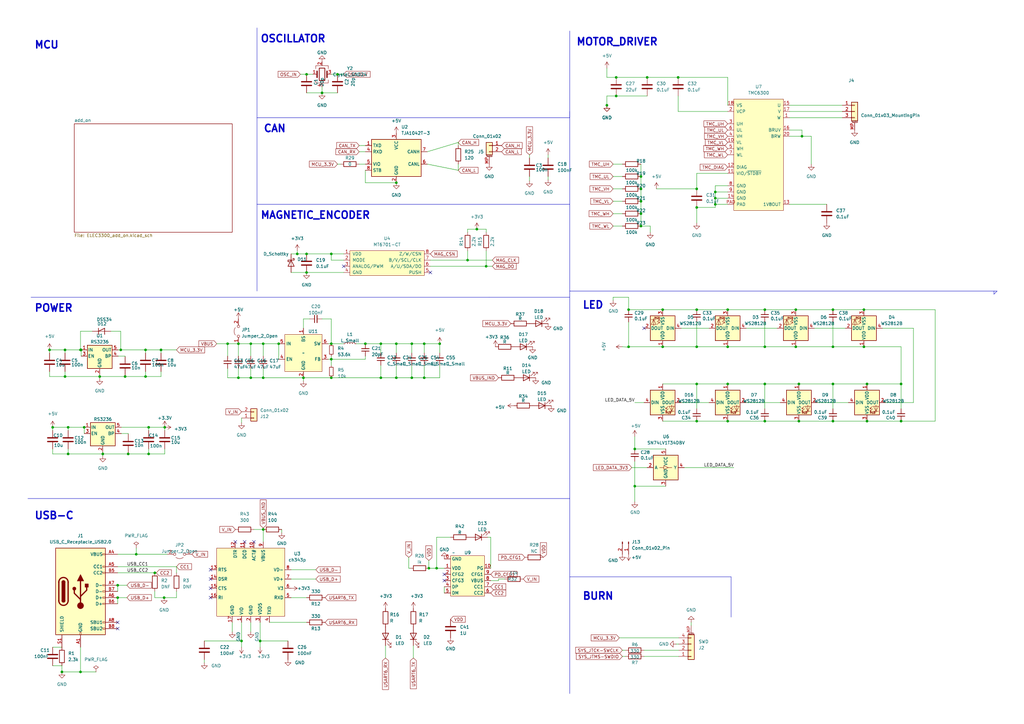
<source format=kicad_sch>
(kicad_sch (version 20230121) (generator eeschema)
  (paper "A3")
  (title_block (title "ELEC3300_knob_schematic") (rev "0.0"))
  (junction (at 102.87 154.94))
  (junction (at 106.68 262.89))
  (junction (at 162.56 154.94))
  (junction (at 33.02 275.59))
  (junction (at 132.08 38.1))
  (junction (at 369.57 172.72))
  (junction (at 156.21 154.94))
  (junction (at 26.67 143.51))
  (junction (at 252.73 39.37))
  (junction (at 271.78 142.24))
  (junction (at 67.564 175.26))
  (junction (at 173.99 140.97))
  (junction (at 260.35 184.15))
  (junction (at 49.53 143.51))
  (junction (at 293.37 83.82))
  (junction (at 97.79 154.94))
  (junction (at 285.75 85.09))
  (junction (at 355.6 157.48))
  (junction (at 135.89 140.97))
  (junction (at 199.39 109.22))
  (junction (at 125.73 104.14))
  (junction (at 298.45 127))
  (junction (at 313.69 127))
  (junction (at 265.43 31.75))
  (junction (at 168.91 140.97))
  (junction (at 27.94 175.26))
  (junction (at 262.89 72.39))
  (junction (at 114.3 140.97))
  (junction (at 60.96 186.182))
  (junction (at 168.91 154.94))
  (junction (at 67.31 245.11))
  (junction (at 102.87 140.97))
  (junction (at 135.89 154.94))
  (junction (at 25.4 275.59))
  (junction (at 162.56 140.97))
  (junction (at 252.73 31.75))
  (junction (at 285.75 77.47))
  (junction (at 51.308 154.432))
  (junction (at 21.59 175.26))
  (junction (at 125.73 30.48))
  (junction (at 135.89 147.32))
  (junction (at 180.34 140.97))
  (junction (at 355.6 172.72))
  (junction (at 191.77 106.68))
  (junction (at 52.578 186.182))
  (junction (at 121.92 104.14))
  (junction (at 135.89 104.14))
  (junction (at 326.39 127))
  (junction (at 341.63 142.24))
  (junction (at 313.69 142.24))
  (junction (at 271.78 127))
  (junction (at 33.274 143.51))
  (junction (at 107.95 140.97))
  (junction (at 341.63 127))
  (junction (at 173.99 154.94))
  (junction (at 354.33 142.24))
  (junction (at 99.06 262.89))
  (junction (at 285.75 172.72))
  (junction (at 262.89 87.63))
  (junction (at 293.37 81.28))
  (junction (at 341.63 157.48))
  (junction (at 262.89 92.71))
  (junction (at 285.75 157.48))
  (junction (at 48.26 245.11))
  (junction (at 257.81 142.24))
  (junction (at 298.45 172.72))
  (junction (at 66.04 143.51))
  (junction (at 156.21 140.97))
  (junction (at 107.95 154.94))
  (junction (at 326.39 142.24))
  (junction (at 327.66 157.48))
  (junction (at 298.45 142.24))
  (junction (at 27.94 186.182))
  (junction (at 328.93 55.88))
  (junction (at 34.544 175.26))
  (junction (at 285.75 142.24))
  (junction (at 257.81 127))
  (junction (at 149.86 140.97))
  (junction (at 327.66 172.72))
  (junction (at 59.69 143.51))
  (junction (at 313.69 157.48))
  (junction (at 313.69 172.72))
  (junction (at 107.95 217.17))
  (junction (at 138.43 30.48))
  (junction (at 179.07 233.045))
  (junction (at 195.58 93.98))
  (junction (at 40.894 154.432))
  (junction (at 124.46 154.94))
  (junction (at 162.56 74.93))
  (junction (at 63.5 234.95))
  (junction (at 354.33 127))
  (junction (at 175.895 233.045))
  (junction (at 33.02 143.51))
  (junction (at 248.92 43.18))
  (junction (at 60.96 175.26))
  (junction (at 298.45 157.48))
  (junction (at 293.37 78.74))
  (junction (at 93.345 140.97))
  (junction (at 260.35 199.39))
  (junction (at 278.13 31.75))
  (junction (at 262.89 77.47))
  (junction (at 26.67 154.432))
  (junction (at 285.75 127))
  (junction (at 97.79 140.97))
  (junction (at 20.32 143.51))
  (junction (at 125.73 111.76))
  (junction (at 48.26 240.03))
  (junction (at 59.69 154.432))
  (junction (at 55.88 227.33))
  (junction (at 42.164 186.182))
  (junction (at 262.89 82.55))
  (junction (at 369.57 157.48))
  (junction (at 341.63 172.72))
  (no_connect (at 176.53 111.76))
  (no_connect (at 48.26 255.27))
  (no_connect (at 182.245 235.585))
  (no_connect (at 48.26 257.81))
  (no_connect (at 182.245 238.125))
  (no_connect (at 140.97 109.22))
  (no_connect (at 86.36 233.68))
  (no_connect (at 86.36 241.3))
  (no_connect (at 86.36 237.49))
  (no_connect (at 96.52 222.25))
  (no_connect (at 104.14 222.25))
  (no_connect (at 100.33 222.25))
  (no_connect (at 86.36 245.11))
  (no_connect (at 264.16 134.62))
  (wire (pts (xy 257.81 121.92) (xy 257.81 127)))
  (wire (pts (xy 341.63 167.64) (xy 341.63 157.48)))
  (wire (pts (xy 323.85 83.82) (xy 339.09 83.82)))
  (polyline (pts (xy 233.68 236.601) (xy 299.847 236.601)))
  (wire (pts (xy 293.37 76.2) (xy 293.37 78.74)))
  (wire (pts (xy 285.75 127) (xy 298.45 127)))
  (wire (pts (xy 204.47 237.49) (xy 207.01 237.49)))
  (wire (pts (xy 127 130.81) (xy 124.46 130.81)))
  (wire (pts (xy 51.308 154.432) (xy 59.69 154.432)))
  (wire (pts (xy 293.37 81.28) (xy 293.37 83.82)))
  (wire (pts (xy 191.77 106.68) (xy 191.77 102.87)))
  (wire (pts (xy 285.75 85.09) (xy 293.37 85.09)))
  (wire (pts (xy 313.69 142.24) (xy 326.39 142.24)))
  (wire (pts (xy 102.87 140.97) (xy 107.95 140.97)))
  (wire (pts (xy 45.466 135.89) (xy 49.53 135.89)))
  (wire (pts (xy 125.73 30.48) (xy 128.27 30.48)))
  (wire (pts (xy 264.16 269.24) (xy 278.384 269.24)))
  (wire (pts (xy 59.69 152.4) (xy 59.69 154.432)))
  (wire (pts (xy 224.79 63.5) (xy 224.79 64.77)))
  (wire (pts (xy 119.38 245.11) (xy 125.73 245.11)))
  (wire (pts (xy 67.564 184.15) (xy 67.564 186.182)))
  (wire (pts (xy 277.368 264.16) (xy 278.384 264.16)))
  (wire (pts (xy 124.46 154.94) (xy 135.89 154.94)))
  (wire (pts (xy 42.164 186.182) (xy 42.164 185.42)))
  (wire (pts (xy 121.92 102.87) (xy 121.92 104.14)))
  (wire (pts (xy 156.21 154.94) (xy 156.21 149.86)))
  (wire (pts (xy 106.68 262.89) (xy 106.68 255.27)))
  (wire (pts (xy 173.99 154.94) (xy 168.91 154.94)))
  (wire (pts (xy 52.578 186.182) (xy 60.96 186.182)))
  (wire (pts (xy 48.26 240.03) (xy 48.26 242.57)))
  (wire (pts (xy 279.4 165.1) (xy 290.83 165.1)))
  (wire (pts (xy 298.45 157.48) (xy 313.69 157.48)))
  (wire (pts (xy 173.99 140.97) (xy 173.99 144.78)))
  (wire (pts (xy 175.895 233.045) (xy 179.07 233.045)))
  (wire (pts (xy 313.69 127) (xy 326.39 127)))
  (wire (pts (xy 114.3 140.97) (xy 114.3 147.32)))
  (wire (pts (xy 259.08 191.77) (xy 265.43 191.77)))
  (wire (pts (xy 123.19 30.48) (xy 125.73 30.48)))
  (wire (pts (xy 48.26 245.11) (xy 52.07 245.11)))
  (wire (pts (xy 199.39 109.22) (xy 199.39 102.87)))
  (wire (pts (xy 313.69 172.72) (xy 327.66 172.72)))
  (wire (pts (xy 106.68 265.43) (xy 106.68 262.89)))
  (wire (pts (xy 180.34 144.78) (xy 180.34 140.97)))
  (wire (pts (xy 25.4 273.05) (xy 25.4 275.59)))
  (wire (pts (xy 27.94 184.15) (xy 27.94 186.182)))
  (wire (pts (xy 99.06 171.45) (xy 99.06 173.355)))
  (wire (pts (xy 67.31 245.11) (xy 72.39 245.11)))
  (wire (pts (xy 251.46 72.39) (xy 255.27 72.39)))
  (wire (pts (xy 255.27 142.24) (xy 257.81 142.3704)))
  (wire (pts (xy 59.69 143.51) (xy 66.04 143.51)))
  (wire (pts (xy 102.87 154.94) (xy 107.95 154.94)))
  (wire (pts (xy 124.46 130.81) (xy 124.46 134.62)))
  (polyline (pts (xy 105.41 83.82) (xy 233.68 83.82)))
  (wire (pts (xy 260.35 165.1) (xy 264.16 165.1)))
  (wire (pts (xy 271.78 142.24) (xy 285.75 142.24)))
  (wire (pts (xy 187.96 58.42) (xy 175.26 62.23)))
  (wire (pts (xy 191.77 93.98) (xy 191.77 95.25)))
  (wire (pts (xy 135.89 147.32) (xy 135.89 149.86)))
  (wire (pts (xy 341.63 132.08) (xy 341.63 142.24)))
  (wire (pts (xy 132.08 130.81) (xy 135.89 130.81)))
  (wire (pts (xy 279.4 134.62) (xy 290.83 134.62)))
  (polyline (pts (xy 233.68 284.48) (xy 233.68 204.47)))
  (wire (pts (xy 99.06 255.27) (xy 99.06 262.89)))
  (wire (pts (xy 285.75 172.72) (xy 271.78 172.72)))
  (wire (pts (xy 255.27 266.7) (xy 256.54 266.7)))
  (wire (pts (xy 33.274 143.51) (xy 33.274 146.05)))
  (wire (pts (xy 40.894 154.432) (xy 40.894 153.67)))
  (wire (pts (xy 306.07 165.1) (xy 320.04 165.1)))
  (wire (pts (xy 204.47 237.49) (xy 204.47 238.125)))
  (wire (pts (xy 135.89 130.81) (xy 135.89 140.97)))
  (wire (pts (xy 146.05 140.97) (xy 149.86 140.97)))
  (wire (pts (xy 369.57 142.24) (xy 369.57 157.48)))
  (wire (pts (xy 21.59 184.15) (xy 21.59 186.182)))
  (wire (pts (xy 48.26 245.11) (xy 48.26 247.65)))
  (wire (pts (xy 63.5 245.11) (xy 67.31 245.11)))
  (wire (pts (xy 187.96 67.31) (xy 187.96 69.85)))
  (wire (pts (xy 83.82 271.78) (xy 83.82 270.51)))
  (wire (pts (xy 255.27 269.24) (xy 256.54 269.24)))
  (wire (pts (xy 180.34 140.97) (xy 173.99 140.97)))
  (wire (pts (xy 369.57 157.48) (xy 369.57 167.64)))
  (wire (pts (xy 313.69 132.08) (xy 313.69 142.24)))
  (wire (pts (xy 176.53 106.68) (xy 191.77 106.68)))
  (wire (pts (xy 156.21 140.97) (xy 156.21 144.78)))
  (wire (pts (xy 280.67 191.77) (xy 300.99 191.77)))
  (polyline (pts (xy 299.847 236.601) (xy 299.847 253.111)))
  (wire (pts (xy 132.08 38.1) (xy 138.43 38.1)))
  (polyline (pts (xy 105.41 11.43) (xy 105.41 119.38)))
  (wire (pts (xy 51.308 154.432) (xy 51.308 153.924)))
  (wire (pts (xy 323.85 48.26) (xy 345.44 48.26)))
  (wire (pts (xy 217.17 72.39) (xy 217.17 74.168)))
  (wire (pts (xy 355.6 157.48) (xy 369.57 157.48)))
  (wire (pts (xy 72.39 245.11) (xy 72.39 242.57)))
  (wire (pts (xy 262.89 67.31) (xy 262.89 72.39)))
  (wire (pts (xy 162.56 144.78) (xy 162.56 140.97)))
  (wire (pts (xy 42.164 186.182) (xy 42.164 186.944)))
  (wire (pts (xy 49.784 177.8) (xy 52.578 177.8)))
  (wire (pts (xy 140.97 106.68) (xy 135.89 106.68)))
  (polyline (pts (xy 233.68 12.7) (xy 233.68 119.38)))
  (wire (pts (xy 33.02 143.51) (xy 26.67 143.51)))
  (wire (pts (xy 66.04 143.51) (xy 66.04 144.78)))
  (wire (pts (xy 298.45 45.72) (xy 278.13 45.72)))
  (wire (pts (xy 327.66 172.72) (xy 341.63 172.72)))
  (wire (pts (xy 285.75 167.64) (xy 285.75 157.48)))
  (wire (pts (xy 20.32 154.432) (xy 26.67 154.432)))
  (wire (pts (xy 260.35 205.74) (xy 260.35 199.39)))
  (wire (pts (xy 93.345 140.97) (xy 97.79 140.97)))
  (wire (pts (xy 97.79 140.97) (xy 97.79 146.05)))
  (wire (pts (xy 262.89 72.39) (xy 262.89 77.47)))
  (wire (pts (xy 60.96 175.26) (xy 60.96 176.53)))
  (wire (pts (xy 49.53 143.51) (xy 59.69 143.51)))
  (wire (pts (xy 33.02 275.59) (xy 39.37 275.59)))
  (wire (pts (xy 195.58 93.98) (xy 199.39 93.98)))
  (wire (pts (xy 129.54 237.49) (xy 119.38 237.49)))
  (wire (pts (xy 326.39 127) (xy 341.63 127)))
  (wire (pts (xy 52.578 177.8) (xy 52.578 178.054)))
  (wire (pts (xy 262.89 92.71) (xy 266.7 92.71)))
  (wire (pts (xy 328.93 53.34) (xy 328.93 55.88)))
  (wire (pts (xy 27.94 186.182) (xy 42.164 186.182)))
  (wire (pts (xy 278.13 31.75) (xy 298.45 31.75)))
  (wire (pts (xy 107.95 217.17) (xy 107.95 222.25)))
  (wire (pts (xy 355.6 172.72) (xy 369.57 172.72)))
  (wire (pts (xy 323.85 43.18) (xy 345.44 43.18)))
  (polyline (pts (xy 12.7 121.92) (xy 200.66 121.92)))
  (wire (pts (xy 125.73 104.14) (xy 135.89 104.14)))
  (wire (pts (xy 156.21 140.97) (xy 162.56 140.97)))
  (wire (pts (xy 313.69 167.64) (xy 313.69 157.48)))
  (wire (pts (xy 104.14 217.17) (xy 107.95 217.17)))
  (wire (pts (xy 149.86 147.32) (xy 149.86 146.05)))
  (wire (pts (xy 27.94 175.26) (xy 21.59 175.26)))
  (wire (pts (xy 48.26 234.95) (xy 63.5 234.95)))
  (wire (pts (xy 252.73 39.37) (xy 248.92 39.37)))
  (wire (pts (xy 135.89 104.14) (xy 135.89 106.68)))
  (wire (pts (xy 323.85 53.34) (xy 328.93 53.34)))
  (wire (pts (xy 285.75 157.48) (xy 298.45 157.48)))
  (wire (pts (xy 60.96 184.15) (xy 60.96 186.182)))
  (wire (pts (xy 254 261.62) (xy 278.384 261.62)))
  (wire (pts (xy 251.46 123.19) (xy 251.46 121.92)))
  (wire (pts (xy 48.514 146.05) (xy 51.308 146.05)))
  (wire (pts (xy 93.345 154.94) (xy 97.79 154.94)))
  (wire (pts (xy 129.54 233.68) (xy 119.38 233.68)))
  (wire (pts (xy 40.894 154.432) (xy 51.308 154.432)))
  (wire (pts (xy 327.66 157.48) (xy 341.63 157.48)))
  (wire (pts (xy 135.89 154.94) (xy 156.21 154.94)))
  (wire (pts (xy 135.89 146.05) (xy 135.89 147.32)))
  (wire (pts (xy 158.115 269.875) (xy 158.115 264.795)))
  (wire (pts (xy 67.564 175.26) (xy 67.564 176.53)))
  (wire (pts (xy 27.94 175.26) (xy 34.544 175.26)))
  (wire (pts (xy 306.07 134.62) (xy 318.77 134.62)))
  (wire (pts (xy 26.67 152.4) (xy 26.67 154.432)))
  (wire (pts (xy 251.46 121.92) (xy 257.81 121.92)))
  (wire (pts (xy 135.89 104.14) (xy 140.97 104.14)))
  (polyline (pts (xy 407.67 119.38) (xy 407.67 120.65)))
  (wire (pts (xy 283.464 256.54) (xy 283.464 255.27)))
  (wire (pts (xy 33.274 143.51) (xy 33.02 143.51)))
  (wire (pts (xy 257.81 142.24) (xy 271.78 142.24)))
  (wire (pts (xy 134.62 147.32) (xy 135.89 147.32)))
  (wire (pts (xy 167.64 228.6) (xy 167.64 233.045)))
  (wire (pts (xy 97.79 154.94) (xy 102.87 154.94)))
  (wire (pts (xy 26.67 154.432) (xy 40.894 154.432)))
  (wire (pts (xy 162.56 154.94) (xy 168.91 154.94)))
  (wire (pts (xy 252.73 31.75) (xy 248.92 31.75)))
  (wire (pts (xy 224.79 72.39) (xy 224.79 73.66)))
  (polyline (pts (xy 233.68 48.26) (xy 233.68 45.72)))
  (wire (pts (xy 20.32 152.4) (xy 20.32 154.432)))
  (wire (pts (xy 48.26 227.33) (xy 55.88 227.33)))
  (wire (pts (xy 48.26 240.03) (xy 52.07 240.03)))
  (wire (pts (xy 25.4 275.59) (xy 33.02 275.59)))
  (wire (pts (xy 33.02 143.51) (xy 33.02 135.89)))
  (wire (pts (xy 149.86 147.32) (xy 135.89 147.32)))
  (wire (pts (xy 107.95 146.05) (xy 107.95 140.97)))
  (wire (pts (xy 26.67 144.78) (xy 26.67 143.51)))
  (wire (pts (xy 266.7 92.71) (xy 266.7 95.25)))
  (polyline (pts (xy 408.94 119.38) (xy 407.67 120.65)))
  (wire (pts (xy 97.79 140.97) (xy 102.87 140.97)))
  (wire (pts (xy 313.69 157.48) (xy 327.66 157.48)))
  (wire (pts (xy 49.784 175.26) (xy 60.96 175.26)))
  (wire (pts (xy 383.54 172.72) (xy 369.57 172.72)))
  (wire (pts (xy 83.82 262.89) (xy 99.06 262.89)))
  (wire (pts (xy 48.514 143.51) (xy 49.53 143.51)))
  (wire (pts (xy 200.025 220.345) (xy 201.295 220.345)))
  (wire (pts (xy 169.545 264.795) (xy 169.545 269.875)))
  (wire (pts (xy 51.308 146.05) (xy 51.308 146.304)))
  (wire (pts (xy 102.87 140.97) (xy 102.87 146.05)))
  (wire (pts (xy 298.45 172.72) (xy 313.69 172.72)))
  (wire (pts (xy 162.56 154.94) (xy 162.56 149.86)))
  (wire (pts (xy 374.65 134.62) (xy 374.65 165.1)))
  (wire (pts (xy 66.04 143.51) (xy 72.39 143.51)))
  (wire (pts (xy 251.46 92.71) (xy 255.27 92.71)))
  (wire (pts (xy 119.38 104.14) (xy 121.92 104.14)))
  (wire (pts (xy 173.99 149.86) (xy 173.99 154.94)))
  (wire (pts (xy 119.38 111.76) (xy 125.73 111.76)))
  (wire (pts (xy 191.77 106.68) (xy 201.93 106.68)))
  (wire (pts (xy 285.75 132.08) (xy 285.75 142.24)))
  (wire (pts (xy 140.97 30.48) (xy 138.43 30.48)))
  (wire (pts (xy 251.46 67.31) (xy 255.27 67.31)))
  (wire (pts (xy 298.45 127) (xy 313.69 127)))
  (wire (pts (xy 156.21 154.94) (xy 162.56 154.94)))
  (wire (pts (xy 115.57 218.44) (xy 115.57 217.17)))
  (wire (pts (xy 149.86 74.93) (xy 162.56 74.93)))
  (wire (pts (xy 59.69 143.51) (xy 59.69 144.78)))
  (wire (pts (xy 124.46 156.21) (xy 124.46 154.94)))
  (wire (pts (xy 248.92 39.37) (xy 248.92 43.18)))
  (wire (pts (xy 55.88 227.33) (xy 68.58 227.33)))
  (wire (pts (xy 149.86 140.97) (xy 156.21 140.97)))
  (wire (pts (xy 106.68 262.89) (xy 118.11 262.89)))
  (wire (pts (xy 269.24 77.47) (xy 285.75 77.47)))
  (wire (pts (xy 293.37 83.82) (xy 298.45 83.82)))
  (wire (pts (xy 33.02 265.43) (xy 33.02 275.59)))
  (wire (pts (xy 125.73 111.76) (xy 140.97 111.76)))
  (wire (pts (xy 66.04 152.4) (xy 66.04 154.432)))
  (wire (pts (xy 341.63 157.48) (xy 355.6 157.48)))
  (wire (pts (xy 20.32 143.51) (xy 20.32 144.78)))
  (wire (pts (xy 147.32 67.31) (xy 149.86 67.31)))
  (wire (pts (xy 40.894 154.432) (xy 40.894 155.194)))
  (wire (pts (xy 265.43 39.37) (xy 252.73 39.37)))
  (wire (pts (xy 260.35 199.39) (xy 273.05 199.39)))
  (wire (pts (xy 323.85 45.72) (xy 345.44 45.72)))
  (wire (pts (xy 204.47 238.125) (xy 201.295 238.125)))
  (wire (pts (xy 293.37 78.74) (xy 293.37 81.28)))
  (wire (pts (xy 260.35 184.15) (xy 273.05 184.15)))
  (wire (pts (xy 99.06 262.89) (xy 99.06 265.43)))
  (wire (pts (xy 323.85 55.88) (xy 328.93 55.88)))
  (wire (pts (xy 262.89 77.47) (xy 262.89 82.55)))
  (wire (pts (xy 187.96 59.69) (xy 187.96 58.42)))
  (wire (pts (xy 135.89 140.97) (xy 134.62 140.97)))
  (wire (pts (xy 278.13 31.75) (xy 265.43 31.75)))
  (wire (pts (xy 179.07 220.345) (xy 184.785 220.345)))
  (wire (pts (xy 354.33 142.24) (xy 369.57 142.24)))
  (wire (pts (xy 42.164 186.182) (xy 52.578 186.182)))
  (wire (pts (xy 102.87 255.27) (xy 102.87 259.08)))
  (wire (pts (xy 298.45 142.24) (xy 313.69 142.24)))
  (wire (pts (xy 97.79 151.13) (xy 97.79 154.94)))
  (wire (pts (xy 262.89 82.55) (xy 262.89 87.63)))
  (polyline (pts (xy 233.68 119.38) (xy 233.68 204.47)))
  (wire (pts (xy 180.34 154.94) (xy 180.34 149.86)))
  (wire (pts (xy 251.46 87.63) (xy 255.27 87.63)))
  (wire (pts (xy 72.39 232.41) (xy 72.39 234.95)))
  (wire (pts (xy 201.295 220.345) (xy 201.295 233.045)))
  (wire (pts (xy 361.95 134.62) (xy 374.65 134.62)))
  (wire (pts (xy 60.96 175.26) (xy 67.564 175.26)))
  (wire (pts (xy 347.98 165.1) (xy 335.28 165.1)))
  (wire (pts (xy 26.67 143.51) (xy 20.32 143.51)))
  (wire (pts (xy 55.88 224.79) (xy 55.88 227.33)))
  (wire (pts (xy 147.32 59.69) (xy 149.86 59.69)))
  (wire (pts (xy 248.92 27.94) (xy 248.92 31.75)))
  (wire (pts (xy 293.37 83.82) (xy 293.37 85.09)))
  (wire (pts (xy 173.99 154.94) (xy 180.34 154.94)))
  (wire (pts (xy 60.96 186.182) (xy 67.564 186.182)))
  (wire (pts (xy 173.99 140.97) (xy 168.91 140.97)))
  (polyline (pts (xy 233.68 119.38) (xy 408.94 119.38)))
  (wire (pts (xy 179.07 233.045) (xy 182.245 233.045)))
  (wire (pts (xy 93.345 151.13) (xy 93.345 154.94)))
  (wire (pts (xy 168.91 154.94) (xy 168.91 149.86)))
  (wire (pts (xy 293.37 81.28) (xy 298.45 81.28)))
  (wire (pts (xy 21.59 175.26) (xy 21.59 176.53)))
  (wire (pts (xy 285.75 172.72) (xy 298.45 172.72)))
  (wire (pts (xy 199.39 93.98) (xy 199.39 95.25)))
  (polyline (pts (xy 105.41 48.26) (xy 233.68 48.26)))
  (wire (pts (xy 285.75 71.12) (xy 298.45 71.12)))
  (wire (pts (xy 48.26 232.41) (xy 72.39 232.41)))
  (wire (pts (xy 191.77 93.98) (xy 195.58 93.98)))
  (wire (pts (xy 298.45 76.2) (xy 293.37 76.2)))
  (wire (pts (xy 176.53 109.22) (xy 199.39 109.22)))
  (wire (pts (xy 63.5 242.57) (xy 63.5 245.11)))
  (polyline (pts (xy 11.43 204.47) (xy 233.68 204.47)))
  (wire (pts (xy 138.43 67.31) (xy 139.7 67.31)))
  (wire (pts (xy 298.45 31.75) (xy 298.45 43.18)))
  (wire (pts (xy 341.63 142.24) (xy 354.33 142.24)))
  (wire (pts (xy 271.78 127) (xy 285.75 127)))
  (wire (pts (xy 326.39 142.24) (xy 341.63 142.24)))
  (wire (pts (xy 168.91 140.97) (xy 168.91 144.78)))
  (wire (pts (xy 34.544 175.26) (xy 34.544 177.8)))
  (wire (pts (xy 217.17 63.5) (xy 217.17 64.77)))
  (wire (pts (xy 341.63 172.72) (xy 355.6 172.72)))
  (wire (pts (xy 52.578 186.182) (xy 52.578 185.674)))
  (wire (pts (xy 93.345 146.05) (xy 93.345 140.97)))
  (wire (pts (xy 285.75 85.09) (xy 285.75 91.44)))
  (wire (pts (xy 264.16 266.7) (xy 278.384 266.7)))
  (wire (pts (xy 257.81 127) (xy 271.78 127)))
  (wire (pts (xy 285.75 142.24) (xy 298.45 142.24)))
  (wire (pts (xy 285.75 77.47) (xy 285.75 71.12)))
  (wire (pts (xy 107.95 217.17) (xy 107.95 216.535)))
  (wire (pts (xy 265.43 31.75) (xy 252.73 31.75)))
  (wire (pts (xy 257.81 132.08) (xy 257.81 142.24)))
  (wire (pts (xy 125.73 38.1) (xy 132.08 38.1)))
  (wire (pts (xy 175.895 229.87) (xy 175.895 233.045)))
  (wire (pts (xy 102.87 151.13) (xy 102.87 154.94)))
  (wire (pts (xy 341.63 127) (xy 354.33 127)))
  (wire (pts (xy 179.07 233.045) (xy 179.07 220.345)))
  (wire (pts (xy 260.35 179.07) (xy 260.35 184.15)))
  (wire (pts (xy 260.35 189.23) (xy 260.35 199.39)))
  (wire (pts (xy 251.46 77.47) (xy 255.27 77.47)))
  (polyline (pts (xy 200.66 121.92) (xy 233.68 121.92)))
  (wire (pts (xy 257.81 142.3704) (xy 257.81 142.24)))
  (wire (pts (xy 132.08 38.1) (xy 132.08 35.56)))
  (wire (pts (xy 33.02 135.89) (xy 37.846 135.89)))
  (wire (pts (xy 278.13 39.37) (xy 278.13 45.72)))
  (wire (pts (xy 199.39 109.22) (xy 201.93 109.22)))
  (wire (pts (xy 251.46 82.55) (xy 255.27 82.55)))
  (wire (pts (xy 187.96 69.85) (xy 175.26 67.31)))
  (wire (pts (xy 147.32 62.23) (xy 149.86 62.23)))
  (wire (pts (xy 354.33 127) (xy 383.54 127)))
  (wire (pts (xy 107.95 140.97) (xy 114.3 140.97)))
  (wire (pts (xy 107.95 151.13) (xy 107.95 154.94)))
  (wire (pts (xy 328.93 55.88) (xy 332.74 55.88)))
  (wire (pts (xy 21.59 273.05) (xy 25.4 273.05)))
  (wire (pts (xy 285.75 157.48) (xy 271.78 157.48)))
  (wire (pts (xy 149.86 69.85) (xy 149.86 74.93)))
  (wire (pts (xy 110.49 255.27) (xy 125.73 255.27)))
  (wire (pts (xy 363.22 165.1) (xy 374.65 165.1)))
  (wire (pts (xy 293.37 78.74) (xy 298.45 78.74)))
  (wire (pts (xy 262.89 87.63) (xy 262.89 92.71)))
  (wire (pts (xy 138.43 30.48) (xy 135.89 30.48)))
  (wire (pts (xy 168.91 140.97) (xy 162.56 140.97)))
  (wire (pts (xy 27.94 176.53) (xy 27.94 175.26)))
  (wire (pts (xy 167.64 233.045) (xy 168.275 233.045)))
  (wire (pts (xy 59.69 154.432) (xy 66.04 154.432)))
  (wire (pts (xy 95.25 255.27) (xy 95.25 259.08)))
  (wire (pts (xy 49.53 135.89) (xy 49.53 143.51)))
  (wire (pts (xy 21.59 186.182) (xy 27.94 186.182)))
  (wire (pts (xy 88.9 140.97) (xy 93.345 140.97)))
  (wire (pts (xy 334.01 134.62) (xy 346.71 134.62)))
  (wire (pts (xy 107.95 154.94) (xy 124.46 154.94)))
  (wire (pts (xy 332.74 55.88) (xy 332.74 67.31)))
  (wire (pts (xy 135.89 140.97) (xy 140.97 140.97)))
  (wire (pts (xy 383.54 127) (xy 383.54 172.72)))
  (wire (pts (xy 21.59 265.43) (xy 25.4 265.43)))
  (wire (pts (xy 64.135 234.95) (xy 63.5 234.95)))
  (wire (pts (xy 121.92 104.14) (xy 125.73 104.14)))
  (wire (pts (xy 182.245 240.665) (xy 182.245 243.205)))
  (text "USB-C" (at 13.97 213.36 0) (effects (font (size 3 3) (thickness 0.6) bold) (justify left bottom)))
  (text "MAGNETIC_ENCODER" (at 106.68 90.17 0) (effects (font (size 3 3) bold) (justify left bottom)))
  (text "MOTOR_DRIVER" (at 236.22 19.05 0) (effects (font (size 3 3) bold) (justify left bottom)))
  (text "LED" (at 238.76 127 0) (effects (font (size 3 3) bold) (justify left bottom)))
  (text "BURN" (at 238.76 246.38 0) (effects (font (size 3 3) (thickness 0.6) bold) (justify left bottom)))
  (text "CAN\n" (at 107.95 54.61 0) (effects (font (size 3 3) bold) (justify left bottom)))
  (text "OSCILLATOR" (at 106.68 17.78 0) (effects (font (size 3 3) bold) (justify left bottom)))
  (text "MCU" (at 13.97 20.32 0) (effects (font (size 3 3) bold) (justify left bottom)))
  (text "POWER" (at 13.97 128.27 0) (effects (font (size 3 3) (thickness 0.6) bold) (justify left bottom)))
  (label "USB_CC1" (at 52.07 232.41 0))
  (label "LED_DATA_5V" (at 300.99 191.77 180))
  (label "LED_DATA_5V" (at 260.35 165.1 180))
  (label "USB_CC2" (at 52.07 234.95 0))
  (global_label "CC1" (shape input) (at 201.295 240.665 0) (property "Intersheetrefs" "${INTERSHEET_REFS}" (effects hide)))
  (global_label "MCU_3.3V" (shape input) (at 254 261.62 180) (property "Intersheetrefs" "${INTERSHEET_REFS}" (effects hide)))
  (global_label "SYS_JTCK-SWCLK" (shape input) (at 255.27 266.7 180) (property "Intersheetrefs" "${INTERSHEET_REFS}" (effects hide)))
  (global_label "USB_D-" (shape input) (at 52.07 240.03 0) (property "Intersheetrefs" "${INTERSHEET_REFS}" (effects hide)))
  (global_label "TMC_UH" (shape input) (at 298.45 50.8 180) (property "Intersheetrefs" "${INTERSHEET_REFS}" (effects hide)))
  (global_label "V_IN" (shape input) (at 96.52 217.17 180) (property "Intersheetrefs" "${INTERSHEET_REFS}" (effects hide)))
  (global_label "MAG_DO" (shape input) (at 201.93 109.22 0) (property "Intersheetrefs" "${INTERSHEET_REFS}" (effects hide)))
  (global_label "TMC_UL" (shape input) (at 251.46 72.39 180) (property "Intersheetrefs" "${INTERSHEET_REFS}" (effects hide)))
  (global_label "TMC_VL" (shape input) (at 251.46 82.55 180) (property "Intersheetrefs" "${INTERSHEET_REFS}" (effects hide)))
  (global_label "VDD" (shape input) (at 222.885 228.6 90) (property "Intersheetrefs" "${INTERSHEET_REFS}" (effects hide)))
  (global_label "USB_D+" (shape input) (at 129.54 237.49 0) (property "Intersheetrefs" "${INTERSHEET_REFS}" (effects hide)))
  (global_label "CAN_L" (shape input) (at 205.74 62.23 0) (property "Intersheetrefs" "${INTERSHEET_REFS}" (effects hide)))
  (global_label "CC2" (shape input) (at 64.135 234.95 0) (property "Intersheetrefs" "${INTERSHEET_REFS}" (effects hide)))
  (global_label "PD_CFG1" (shape input) (at 201.295 235.585 0) (property "Intersheetrefs" "${INTERSHEET_REFS}" (effects hide)))
  (global_label "USB_D-" (shape input) (at 129.54 233.68 0) (property "Intersheetrefs" "${INTERSHEET_REFS}" (effects hide)))
  (global_label "TMC_WH" (shape input) (at 298.45 60.96 180) (property "Intersheetrefs" "${INTERSHEET_REFS}" (effects hide)))
  (global_label "TMC_VL" (shape input) (at 298.45 58.42 180) (property "Intersheetrefs" "${INTERSHEET_REFS}" (effects hide)))
  (global_label "V_IN" (shape input) (at 99.06 168.91 180) (property "Intersheetrefs" "${INTERSHEET_REFS}" (effects hide)))
  (global_label "OSC_IN" (shape input) (at 123.19 30.48 180) (property "Intersheetrefs" "${INTERSHEET_REFS}" (effects hide)))
  (global_label "VBUS_IND" (shape input) (at 107.95 216.535 90) (property "Intersheetrefs" "${INTERSHEET_REFS}" (effects hide)))
  (global_label "MCU_3.3V" (shape input) (at 217.17 63.5 90) (property "Intersheetrefs" "${INTERSHEET_REFS}" (effects hide)))
  (global_label "VBUS" (shape input) (at 88.9 140.97 180) (property "Intersheetrefs" "${INTERSHEET_REFS}" (effects hide)))
  (global_label "VDD" (shape input) (at 184.785 254 0) (property "Intersheetrefs" "${INTERSHEET_REFS}" (effects hide)))
  (global_label "TMC_UL" (shape input) (at 298.45 53.34 180) (property "Intersheetrefs" "${INTERSHEET_REFS}" (effects hide)))
  (global_label "CAN_H" (shape input) (at 205.74 59.69 0) (property "Intersheetrefs" "${INTERSHEET_REFS}" (effects hide)))
  (global_label "TMC_VH" (shape input) (at 298.45 55.88 180) (property "Intersheetrefs" "${INTERSHEET_REFS}" (effects hide)))
  (global_label "CAN_H" (shape input) (at 187.96 58.42 0) (property "Intersheetrefs" "${INTERSHEET_REFS}" (effects hide)))
  (global_label "PD_CFG1" (shape input) (at 215.265 228.6 180) (property "Intersheetrefs" "${INTERSHEET_REFS}" (effects hide)))
  (global_label "TMC_WH" (shape input) (at 251.46 87.63 180) (property "Intersheetrefs" "${INTERSHEET_REFS}" (effects hide)))
  (global_label "MCU_3.3V" (shape input) (at 209.55 132.715 180) (property "Intersheetrefs" "${INTERSHEET_REFS}" (effects hide)))
  (global_label "USB_D+" (shape input) (at 52.07 245.11 0) (property "Intersheetrefs" "${INTERSHEET_REFS}" (effects hide)))
  (global_label "USART6_TX" (shape input) (at 169.545 269.875 270) (property "Intersheetrefs" "${INTERSHEET_REFS}" (effects hide)))
  (global_label "CAN_RX" (shape input) (at 147.32 62.23 180) (property "Intersheetrefs" "${INTERSHEET_REFS}" (effects hide)))
  (global_label "USART6_TX" (shape input) (at 133.35 245.11 0) (property "Intersheetrefs" "${INTERSHEET_REFS}" (effects hide)))
  (global_label "OSC_OUT" (shape input) (at 140.97 30.48 0) (property "Intersheetrefs" "${INTERSHEET_REFS}" (effects hide)))
  (global_label "V_IN" (shape input) (at 78.74 227.33 0) (property "Intersheetrefs" "${INTERSHEET_REFS}" (effects hide)))
  (global_label "VDD" (shape input) (at 175.895 229.87 90) (property "Intersheetrefs" "${INTERSHEET_REFS}" (effects hide)))
  (global_label "TMC_UH" (shape input) (at 251.46 67.31 180) (property "Intersheetrefs" "${INTERSHEET_REFS}" (effects hide)))
  (global_label "TMC_WL" (shape input) (at 251.46 92.71 180) (property "Intersheetrefs" "${INTERSHEET_REFS}" (effects hide)))
  (global_label "TMC_WL" (shape input) (at 298.45 63.5 180) (property "Intersheetrefs" "${INTERSHEET_REFS}" (effects hide)))
  (global_label "MAG_CSN" (shape input) (at 176.53 104.14 0) (property "Intersheetrefs" "${INTERSHEET_REFS}" (effects hide)))
  (global_label "TMC_DIAG" (shape input) (at 298.45 68.58 180) (property "Intersheetrefs" "${INTERSHEET_REFS}" (effects hide)))
  (global_label "USART6_RX" (shape input) (at 158.115 269.875 270) (property "Intersheetrefs" "${INTERSHEET_REFS}" (effects hide)))
  (global_label "V_IN" (shape input) (at 214.63 237.49 0) (property "Intersheetrefs" "${INTERSHEET_REFS}" (effects hide)))
  (global_label "SYS_JTMS-SWDIO" (shape input) (at 255.27 269.24 180) (property "Intersheetrefs" "${INTERSHEET_REFS}" (effects hide)))
  (global_label "MAG_CLK" (shape input) (at 201.93 106.68 0) (property "Intersheetrefs" "${INTERSHEET_REFS}" (effects hide)))
  (global_label "MCU_3.3V" (shape input) (at 72.39 143.51 0) (property "Intersheetrefs" "${INTERSHEET_REFS}" (effects hide)))
  (global_label "V_IN" (shape input) (at 167.64 228.6 90) (property "Intersheetrefs" "${INTERSHEET_REFS}" (effects hide)))
  (global_label "USART6_RX" (shape input) (at 133.35 255.27 0) (property "Intersheetrefs" "${INTERSHEET_REFS}" (effects hide)))
  (global_label "TMC_VH" (shape input) (at 251.46 77.47 180) (property "Intersheetrefs" "${INTERSHEET_REFS}" (effects hide)))
  (global_label "VBUS_IND" (shape input) (at 204.47 154.94 180) (property "Intersheetrefs" "${INTERSHEET_REFS}" (effects hide)))
  (global_label "MCU_3.3V" (shape input) (at 138.43 67.31 180) (property "Intersheetrefs" "${INTERSHEET_REFS}" (effects hide)))
  (global_label "LED_DATA_3V3" (shape input) (at 259.08 191.77 180) (property "Intersheetrefs" "${INTERSHEET_REFS}" (effects hide)))
  (global_label "CC2" (shape input) (at 201.295 243.205 0) (property "Intersheetrefs" "${INTERSHEET_REFS}" (effects hide)))
  (global_label "CAN_TX" (shape input) (at 147.32 59.69 180) (property "Intersheetrefs" "${INTERSHEET_REFS}" (effects hide)))
  (global_label "CC1" (shape input) (at 72.39 232.41 0) (property "Intersheetrefs" "${INTERSHEET_REFS}" (effects hide)))
  (global_label "CAN_L" (shape input) (at 187.96 69.85 0) (property "Intersheetrefs" "${INTERSHEET_REFS}" (effects hide)))
  (symbol (lib_id "power:+5V") (at 255.27 142.24 90) (unit 1)
    (property "Reference" "#PWR0122" (effects hide))
    (property "Value" "+5V" (at 247.65 142.24 0))
  )
  (symbol (lib_id "Device:R") (at 129.54 245.11 90) (unit 1)
    (property "Reference" "R12" (at 129.54 247.65 90))
    (property "Value" "330" (at 129.54 242.57 90))
    (property "Footprint" "Resistor_SMD:R_0603_1608Metric" (effects hide))
  )
  (symbol (lib_id "power:GND") (at 277.368 264.16 270) (unit 1)
    (property "Reference" "#PWR036" (effects hide))
    (property "Value" "GND" (at 272.288 264.16 90))
  )
  (symbol (lib_id "power:GND") (at 332.74 67.31 0) (unit 1)
    (property "Reference" "#PWR057" (effects hide))
    (property "Value" "GND" (at 332.74 72.39 0))
  )
  (symbol (lib_id "Device:C_Small") (at 180.34 147.32 180) (unit 1)
    (property "Reference" "C55" (at 182.88 146.6786 0) (effects (justify right)))
    (property "Value" "C_Small" (at 182.88 149.2186 0) (effects (justify right)))
    (property "Footprint" "Capacitor_SMD:C_1206_3216Metric" (effects hide))
  )
  (symbol (lib_id "Device:C") (at 51.308 150.114 0) (unit 1)
    (property "Reference" "C6" (at 53.848 149.098 0) (effects (justify left)))
    (property "Value" "10n" (at 53.848 150.876 0) (effects (justify left)))
    (property "Footprint" "Capacitor_SMD:C_0603_1608Metric" (effects hide))
  )
  (symbol (lib_id "LED:WS2812B") (at 298.45 134.62 180) (unit 1)
    (property "Reference" "D3" (at 309.88 130.1241 0))
    (property "Value" "WS2812B" (at 309.88 132.6641 0))
    (property "Footprint" "LED_SMD:LED_WS2812B_PLCC4_5.0x5.0mm_P3.2mm" (effects hide))
    (property "Datasheet" "https://cdn-shop.adafruit.com/datasheets/WS2812B.pdf" (effects hide))
  )
  (symbol (lib_name "+3.3V_1") (lib_id "power:+3.3V") (at 67.564 175.26 0) (unit 1)
    (property "Reference" "#PWR018" (effects hide))
    (property "Value" "+3.3V" (at 67.564 171.45 0))
  )
  (symbol (lib_id "Device:R") (at 25.4 269.24 0) (unit 1)
    (property "Reference" "R1" (at 27.94 267.9699 0) (effects (justify left)))
    (property "Value" "2.3k" (at 27.94 270.5099 0) (effects (justify left)))
    (property "Footprint" "Resistor_SMD:R_0603_1608Metric" (effects hide))
  )
  (symbol (lib_id "power:GND") (at 219.71 154.94 0) (unit 1)
    (property "Reference" "#PWR066" (effects hide))
    (property "Value" "GND" (at 224.028 156.972 0))
  )
  (symbol (lib_id "LED:WS2812B") (at 271.78 165.1 0) (unit 1)
    (property "Reference" "D16" (at 282.575 161.9759 0))
    (property "Value" "WS2812B" (at 282.575 164.5159 0))
    (property "Footprint" "LED_SMD:LED_WS2812B_PLCC4_5.0x5.0mm_P3.2mm" (effects hide))
    (property "Datasheet" "https://cdn-shop.adafruit.com/datasheets/WS2812B.pdf" (effects hide))
  )
  (symbol (lib_name "GND_2") (lib_id "power:GND") (at 255.27 227.33 0) (unit 1)
    (property "Reference" "#PWR078" (effects hide))
    (property "Value" "GND" (at 251.46 229.87 0))
  )
  (symbol (lib_id "Device:C_Small") (at 285.75 129.54 0) (unit 1)
    (property "Reference" "C33" (at 288.0868 128.3716 0) (effects (justify left)))
    (property "Value" "0.1uF" (at 288.0868 130.683 0) (effects (justify left)))
    (property "Footprint" "Capacitor_SMD:C_0603_1608Metric" (effects hide))
    (property "LCSC" "C1591" (effects hide))
    (property "Digikey" "1276-1935-1-ND" (effects hide))
    (property "Mouser" "187-CL10B104KB8NNWC" (effects hide))
  )
  (symbol (lib_id "power:GND") (at 260.35 205.74 0) (unit 1)
    (property "Reference" "#PWR051" (effects hide))
    (property "Value" "GND" (at 260.477 210.1342 0))
  )
  (symbol (lib_id "power:GND") (at 217.17 74.168 0) (unit 1)
    (property "Reference" "#PWR07" (effects hide))
    (property "Value" "GND" (at 217.17 79.248 0))
  )
  (symbol (lib_id "power:+3.3V") (at 195.58 93.98 0) (unit 1)
    (property "Reference" "#PWR043" (effects hide))
    (property "Value" "+3.3V" (at 195.58 88.9 0))
  )
  (symbol (lib_id "Device:L_Small") (at 143.51 140.97 90) (unit 1)
    (property "Reference" "L1" (at 143.51 137.16 90))
    (property "Value" "L_Small" (at 143.51 139.7 90))
    (property "Footprint" "Inductor_SMD:L_Bourns-SRN4018" (effects hide))
  )
  (symbol (lib_id "Device:C") (at 224.79 68.58 0) (unit 1)
    (property "Reference" "C18" (at 228.6 67.3099 0) (effects (justify left)))
    (property "Value" "100nF" (at 228.6 69.8499 0) (effects (justify left)))
    (property "Footprint" "Capacitor_SMD:C_0603_1608Metric" (effects hide))
  )
  (symbol (lib_id "Device:C") (at 339.09 87.63 0) (unit 1)
    (property "Reference" "C37" (at 342.9 86.3599 0) (effects (justify left)))
    (property "Value" "0.1uF" (at 342.9 88.8999 0) (effects (justify left)))
    (property "Footprint" "Capacitor_SMD:C_0603_1608Metric" (effects hide))
  )
  (symbol (lib_id "power:+3.3V") (at 158.115 249.555 0) (unit 1)
    (property "Reference" "#PWR045" (effects hide))
    (property "Value" "+3.3V" (at 155.575 244.475 0) (effects (justify left)))
  )
  (symbol (lib_id "power:GND") (at 251.46 123.19 0) (unit 1)
    (property "Reference" "#PWR0121" (effects hide))
    (property "Value" "GND" (at 251.587 127.5842 0))
  )
  (symbol (lib_id "Device:C") (at 285.75 81.28 0) (unit 1)
    (property "Reference" "C31" (at 289.56 80.0099 0) (effects (justify left)))
    (property "Value" "0.1uF" (at 289.56 82.5499 0) (effects (justify left)))
    (property "Footprint" "Capacitor_SMD:C_0603_1608Metric" (effects hide))
  )
  (symbol (lib_id "Device:C") (at 52.578 181.864 0) (unit 1)
    (property "Reference" "C13" (at 55.118 180.848 0) (effects (justify left)))
    (property "Value" "10n" (at 55.118 182.626 0) (effects (justify left)))
    (property "Footprint" "Capacitor_SMD:C_0603_1608Metric" (effects hide))
  )
  (symbol (lib_id "Connector_Generic:Conn_01x02") (at 104.14 171.45 0) (mirror x) (unit 1)
    (property "Reference" "J12" (at 106.68 170.815 0) (effects (justify left)))
    (property "Value" "Conn_01x02" (at 106.68 168.275 0) (effects (justify left)))
    (property "Footprint" "Connector_AMASS:AMASS_XT30U-M_1x02_P5.0mm_Vertical" (effects hide))
  )
  (symbol (lib_id "Device:R") (at 72.39 238.76 0) (unit 1)
    (property "Reference" "R3" (at 74.93 238.125 0) (effects (justify left)))
    (property "Value" "DNF" (at 74.93 240.665 0) (effects (justify left)))
    (property "Footprint" "Resistor_SMD:R_0603_1608Metric" (effects hide))
  )
  (symbol (lib_id "Device:R") (at 158.115 253.365 180) (unit 1)
    (property "Reference" "R16" (at 159.893 252.0949 0) (effects (justify right)))
    (property "Value" "R" (at 159.893 254.6349 0) (effects (justify right)))
    (property "Footprint" "Resistor_SMD:R_0603_1608Metric" (effects hide))
  )
  (symbol (lib_id "LED:WS2812B") (at 298.45 165.1 0) (unit 1)
    (property "Reference" "D7" (at 309.245 161.9759 0))
    (property "Value" "WS2812B" (at 309.245 164.5159 0))
    (property "Footprint" "LED_SMD:LED_WS2812B_PLCC4_5.0x5.0mm_P3.2mm" (effects hide))
    (property "Datasheet" "https://cdn-shop.adafruit.com/datasheets/WS2812B.pdf" (effects hide))
  )
  (symbol (lib_id "power:+5V") (at 210.82 166.37 90) (unit 1)
    (property "Reference" "#PWR074" (effects hide))
    (property "Value" "+5V" (at 207.01 167.005 90) (effects (justify left)))
  )
  (symbol (lib_id "power:GND") (at 248.92 43.18 0) (unit 1)
    (property "Reference" "#PWR048" (effects hide))
    (property "Value" "GND" (at 248.92 48.26 0))
  )
  (symbol (lib_id "power:GND") (at 224.79 73.66 0) (unit 1)
    (property "Reference" "#PWR0109" (effects hide))
    (property "Value" "GND" (at 224.79 78.74 0))
  )
  (symbol (lib_id "power:GND") (at 99.06 173.355 0) (unit 1)
    (property "Reference" "#PWR09" (effects hide))
    (property "Value" "GND" (at 99.06 178.435 0))
  )
  (symbol (lib_id "Device:C") (at 20.32 148.59 0) (unit 1)
    (property "Reference" "C4" (at 22.86 147.828 0) (effects (justify left)))
    (property "Value" "10u" (at 22.86 149.6059 0) (effects (justify left)))
    (property "Footprint" "Capacitor_SMD:C_0603_1608Metric" (effects hide))
  )
  (symbol (lib_id "Device:R") (at 169.545 253.365 180) (unit 1)
    (property "Reference" "R17" (at 171.831 252.0949 0) (effects (justify right)))
    (property "Value" "R" (at 171.831 254.6349 0) (effects (justify right)))
    (property "Footprint" "Resistor_SMD:R_0603_1608Metric" (effects hide))
  )
  (symbol (lib_id "power:+3.3V") (at 106.68 265.43 180) (unit 1)
    (property "Reference" "#PWR035" (effects hide))
    (property "Value" "+3.3V" (at 105.41 269.24 0) (effects (justify right)))
  )
  (symbol (lib_id "Device:C") (at 278.13 35.56 0) (unit 1)
    (property "Reference" "C32" (at 281.94 34.2899 0) (effects (justify left)))
    (property "Value" "0.1uF" (at 281.94 36.8299 0) (effects (justify left)))
    (property "Footprint" "Capacitor_SMD:C_0603_1608Metric" (effects hide))
  )
  (symbol (lib_id "Device:D_Schottky") (at 119.38 107.95 270) (unit 1)
    (property "Reference" "D11" (at 121.92 106.3624 90) (effects (justify left)))
    (property "Value" "D_Schottky" (at 107.95 104.14 90) (effects (justify left)))
    (property "Footprint" "Diode_SMD:D_SMF" (effects hide))
  )
  (symbol (lib_id "power:GND") (at 42.164 186.944 0) (unit 1)
    (property "Reference" "#PWR016" (effects hide))
    (property "Value" "GND" (at 42.164 192.024 0))
  )
  (symbol (lib_id "Device:R") (at 207.01 142.24 90) (unit 1)
    (property "Reference" "R36" (at 207.01 138.43 90))
    (property "Value" "R" (at 207.01 140.208 90))
    (property "Footprint" "Resistor_SMD:R_0603_1608Metric" (effects hide))
  )
  (symbol (lib_id "Device:C") (at 125.73 34.29 180) (unit 1)
    (property "Reference" "C1" (at 129.54 32.258 90) (effects (justify left)))
    (property "Value" "20p" (at 132.08 31.75 90) (effects (justify left)))
    (property "Footprint" "Capacitor_SMD:C_0603_1608Metric" (effects hide))
  )
  (symbol (lib_id "Device:R") (at 187.96 63.5 0) (unit 1)
    (property "Reference" "R25" (at 190.5 62.2299 0) (effects (justify left)))
    (property "Value" "120" (at 190.5 64.7699 0) (effects (justify left)))
    (property "Footprint" "Resistor_SMD:R_0603_1608Metric" (effects hide))
  )
  (symbol (lib_id "Device:C") (at 59.69 148.59 0) (unit 1)
    (property "Reference" "C7" (at 62.23 147.828 0) (effects (justify left)))
    (property "Value" "100n" (at 62.23 149.606 0) (effects (justify left)))
    (property "Footprint" "Capacitor_SMD:C_0603_1608Metric" (effects hide))
  )
  (symbol (lib_id "power:GND") (at 132.08 25.4 180) (unit 1)
    (property "Reference" "#PWR01" (effects hide))
    (property "Value" "GND" (at 132.08 21.59 0))
  )
  (symbol (lib_id "Device:R") (at 191.77 99.06 180) (unit 1)
    (property "Reference" "R14" (at 189.23 99.06 90))
    (property "Value" "2.2k" (at 194.31 99.06 90))
    (property "Footprint" "Resistor_SMD:R_0603_1608Metric" (effects hide))
  )
  (symbol (lib_id "Device:D_Shockley") (at 41.656 135.89 0) (unit 1)
    (property "Reference" "D12" (at 39.878 132.842 0) (effects (justify left)))
    (property "Value" "DSS34" (at 39.624 131.064 0) (effects (justify left)))
    (property "Footprint" "Diode_SMD:D_SMF" (effects hide))
  )
  (symbol (lib_name "+5V_1") (lib_id "power:+5V") (at 97.79 130.81 0) (unit 1)
    (property "Reference" "#PWR077" (effects hide))
    (property "Value" "+5V" (at 97.79 127 0))
  )
  (symbol (lib_id "Device:R") (at 129.54 255.27 90) (unit 1)
    (property "Reference" "R13" (at 129.54 257.81 90))
    (property "Value" "330" (at 129.54 252.73 90))
    (property "Footprint" "Resistor_SMD:R_0603_1608Metric" (effects hide))
  )
  (symbol (lib_id "Device:R") (at 259.08 77.47 90) (unit 1)
    (property "Reference" "R20" (at 262.89 76.2 90))
    (property "Value" "100k" (at 259.08 80.01 90))
    (property "Footprint" "Resistor_SMD:R_0603_1608Metric" (effects hide))
  )
  (symbol (lib_id "power:+5V") (at 20.32 143.51 0) (unit 1)
    (property "Reference" "#PWR010" (effects hide))
    (property "Value" "+5V" (at 20.32 137.922 0))
  )
  (symbol (lib_id "power:GND") (at 83.82 271.78 0) (unit 1)
    (property "Reference" "#PWR028" (effects hide))
    (property "Value" "GND" (at 86.614 273.0499 0) (effects (justify left)))
  )
  (symbol (lib_id "power:+5V") (at 260.35 179.07 0) (unit 1)
    (property "Reference" "#PWR050" (effects hide))
    (property "Value" "+5V" (at 260.731 174.6758 0))
  )
  (symbol (lib_id "power:GND") (at 118.11 270.51 0) (unit 1)
    (property "Reference" "#PWR038" (effects hide))
    (property "Value" "GND" (at 120.904 271.7799 0) (effects (justify left)))
  )
  (symbol (lib_id "Device:C") (at 118.11 266.7 0) (unit 1)
    (property "Reference" "C26" (at 121.92 265.4299 0) (effects (justify left)))
    (property "Value" "100nF" (at 121.92 267.9699 0) (effects (justify left)))
    (property "Footprint" "Capacitor_SMD:C_0603_1608Metric" (effects hide))
  )
  (symbol (lib_id "Regulator_Linear:LDK130-12_SOT23_SOT353") (at 40.894 146.05 0) (unit 1)
    (property "Reference" "U1" (at 40.894 137.668 0))
    (property "Value" "RS3236" (at 40.894 140.208 0))
    (property "Footprint" "Package_TO_SOT_SMD:SOT-23-5" (effects hide))
    (property "Datasheet" "http://www.st.com/content/ccc/resource/technical/document/datasheet/29/10/f7/87/2f/66/47/f4/DM00076097.pdf/files/DM00076097.pdf/jcr:content/translations/en.DM00076097.pdf" (effects hide))
  )
  (symbol (lib_id "Device:LED") (at 222.25 166.37 180) (unit 1)
    (property "Reference" "D15" (at 222.25 161.29 0))
    (property "Value" "LED" (at 222.25 163.83 0))
    (property "Footprint" "LED_SMD:LED_0603_1608Metric" (effects hide))
  )
  (symbol (lib_id "power:GND") (at 350.52 53.34 0) (unit 1)
    (property "Reference" "#PWR059" (effects hide))
    (property "Value" "GND" (at 350.52 58.42 0))
  )
  (symbol (lib_id "Device:C_Small") (at 341.63 129.54 0) (unit 1)
    (property "Reference" "C38" (at 343.9668 128.3716 0) (effects (justify left)))
    (property "Value" "0.1uF" (at 343.9668 130.683 0) (effects (justify left)))
    (property "Footprint" "Capacitor_SMD:C_0603_1608Metric" (effects hide))
    (property "LCSC" "C1591" (effects hide))
    (property "Digikey" "1276-1935-1-ND" (effects hide))
    (property "Mouser" "187-CL10B104KB8NNWC" (effects hide))
  )
  (symbol (lib_id "Logic_LevelTranslator:SN74LV1T34DBV") (at 273.05 191.77 0) (unit 1)
    (property "Reference" "U6" (at 271.78 179.07 0) (effects (justify left)))
    (property "Value" "SN74LV1T34DBV" (at 265.43 181.61 0) (effects (justify left)))
    (property "Footprint" "Package_TO_SOT_SMD:SOT-23-5" (effects hide))
    (property "Datasheet" "https://www.ti.com/lit/ds/symlink/sn74lv1t34.pdf" (effects hide))
    (property "LCSC" "C100024" (effects hide))
    (property "Digikey" "296-37176-1-ND" (effects hide))
    (property "Mouser" "595-SN74LV1T34DBVR" (effects hide))
  )
  (symbol (lib_id "Device:C_Small") (at 341.63 170.18 180) (unit 1)
    (property "Reference" "C39" (at 339.2932 171.3484 0) (effects (justify left)))
    (property "Value" "0.1uF" (at 339.2932 169.037 0) (effects (justify left)))
    (property "Footprint" "Capacitor_SMD:C_0603_1608Metric" (effects hide))
    (property "LCSC" "C1591" (effects hide))
    (property "Digikey" "1276-1935-1-ND" (effects hide))
    (property "Mouser" "187-CL10B104KB8NNWC" (effects hide))
  )
  (symbol (lib_id "Device:R") (at 100.33 217.17 90) (unit 1)
    (property "Reference" "R43" (at 100.33 210.82 90))
    (property "Value" "300" (at 100.33 213.36 90))
    (property "Footprint" "Resistor_SMD:R_0603_1608Metric" (effects hide))
  )
  (symbol (lib_name "GND_4") (lib_id "power:GND") (at 218.44 142.24 0) (unit 1)
    (property "Reference" "#PWR072" (effects hide))
    (property "Value" "GND" (at 218.44 146.685 0))
  )
  (symbol (lib_id "Device:C_Small") (at 173.99 147.32 180) (unit 1)
    (property "Reference" "C54" (at 176.53 146.6786 0) (effects (justify right)))
    (property "Value" "C_Small" (at 176.53 149.2186 0) (effects (justify right)))
    (property "Footprint" "Capacitor_SMD:C_1206_3216Metric" (effects hide))
  )
  (symbol (lib_id "LED:WS2812B") (at 327.66 165.1 0) (unit 1)
    (property "Reference" "D9" (at 338.455 161.9759 0))
    (property "Value" "WS2812B" (at 338.455 164.5159 0))
    (property "Footprint" "LED_SMD:LED_WS2812B_PLCC4_5.0x5.0mm_P3.2mm" (effects hide))
    (property "Datasheet" "https://cdn-shop.adafruit.com/datasheets/WS2812B.pdf" (effects hide))
  )
  (symbol (lib_id "Jumper:Jumper_2_Open") (at 97.79 135.89 90) (unit 1)
    (property "Reference" "JP1" (at 99.06 135.255 90) (effects (justify right)))
    (property "Value" "Jumper_2_Open" (at 99.06 137.795 90) (effects (justify right)))
    (property "Footprint" "Jumper:SolderJumper-2_P1.3mm_Open_TrianglePad1.0x1.5mm" (effects hide))
  )
  (symbol (lib_id "0_RM2023:ch343p") (at 102.87 238.76 0) (unit 1)
    (property "Reference" "U3" (at 121.92 227.1012 0))
    (property "Value" "ch343p" (at 121.92 229.6412 0))
    (property "Footprint" "Package_DFN_QFN:QFN-16-1EP_3x3mm_P0.5mm_EP1.7x1.7mm" (effects hide))
  )
  (symbol (lib_id "Connector:Conn_01x02_Pin") (at 257.81 222.25 270) (unit 1)
    (property "Reference" "J13" (at 259.08 222.25 90) (effects (justify left)))
    (property "Value" "Conn_01x02_Pin" (at 259.08 224.79 90) (effects (justify left)))
    (property "Footprint" "BMI088:pads2" (effects hide))
  )
  (symbol (lib_id "Device:LED") (at 214.63 142.24 180) (unit 1)
    (property "Reference" "D17" (at 214.63 137.16 0))
    (property "Value" "LED" (at 214.63 139.7 0))
    (property "Footprint" "LED_SMD:LED_0603_1608Metric" (effects hide))
  )
  (symbol (lib_id "Device:C") (at 184.785 257.81 0) (unit 1)
    (property "Reference" "C41" (at 188.595 257.175 0) (effects (justify left)))
    (property "Value" "1U" (at 188.595 259.715 0) (effects (justify left)))
    (property "Footprint" "Capacitor_SMD:C_0603_1608Metric" (effects hide))
  )
  (symbol (lib_id "power:GND") (at 224.79 132.715 0) (unit 1)
    (property "Reference" "#PWR073" (effects hide))
    (property "Value" "GND" (at 228.854 134.747 0))
  )
  (symbol (lib_id "Device:C_Small") (at 285.75 170.18 180) (unit 1)
    (property "Reference" "C34" (at 283.4132 171.3484 0) (effects (justify left)))
    (property "Value" "0.1uF" (at 283.4132 169.037 0) (effects (justify left)))
    (property "Footprint" "Capacitor_SMD:C_0603_1608Metric" (effects hide))
    (property "LCSC" "C1591" (effects hide))
    (property "Digikey" "1276-1935-1-ND" (effects hide))
    (property "Mouser" "187-CL10B104KB8NNWC" (effects hide))
  )
  (symbol (lib_id "Connector_Generic_MountingPin:Conn_01x04_MountingPin") (at 283.464 266.7 0) (mirror x) (unit 1)
    (property "Reference" "J2" (at 286.512 265.7094 0) (effects (justify left)))
    (property "Value" "SWD" (at 286.512 263.1694 0) (effects (justify left)))
    (property "Footprint" "Connector_Molex:Molex_PicoBlade_53261-0471_1x04-1MP_P1.25mm_Horizontal" (effects hide))
    (property "Datasheet" "[问号]" (effects hide))
  )
  (symbol (lib_id "Device:C") (at 21.59 180.34 0) (unit 1)
    (property "Reference" "C10" (at 21.844 178.562 0) (effects (justify left)))
    (property "Value" "10u" (at 22.098 182.626 0) (effects (justify left)))
    (property "Footprint" "Capacitor_SMD:C_0603_1608Metric" (effects hide))
  )
  (symbol (lib_id "power:GND") (at 25.4 275.59 0) (unit 1)
    (property "Reference" "#PWR0107" (effects hide))
    (property "Value" "GND" (at 25.4 280.67 0))
  )
  (symbol (lib_id "Device:C_Small") (at 93.345 148.59 180) (unit 1)
    (property "Reference" "C63" (at 95.885 147.9486 0) (effects (justify right)))
    (property "Value" "47uF" (at 95.885 150.4886 0) (effects (justify right)))
    (property "Footprint" "Capacitor_SMD:C_1206_3216Metric" (effects hide))
  )
  (symbol (lib_id "Device:C") (at 66.04 148.59 0) (unit 1)
    (property "Reference" "C8" (at 68.58 147.828 0) (effects (justify left)))
    (property "Value" "10u" (at 68.58 149.606 0) (effects (justify left)))
    (property "Footprint" "Capacitor_SMD:C_0603_1608Metric" (effects hide))
  )
  (symbol (lib_id "power:GND") (at 283.464 255.27 0) (mirror x) (unit 1)
    (property "Reference" "#PWR039" (effects hide))
    (property "Value" "GND" (at 283.464 250.19 0))
  )
  (symbol (lib_id "Device:R") (at 259.08 87.63 90) (unit 1)
    (property "Reference" "R22" (at 262.89 86.36 90))
    (property "Value" "100k" (at 259.08 90.17 90))
    (property "Footprint" "Resistor_SMD:R_0603_1608Metric" (effects hide))
  )
  (symbol (lib_id "Device:C") (at 252.73 35.56 0) (unit 1)
    (property "Reference" "C27" (at 256.54 34.2899 0) (effects (justify left)))
    (property "Value" "22uF" (at 256.54 36.8299 0) (effects (justify left)))
    (property "Footprint" "Capacitor_SMD:C_0805_2012Metric" (effects hide))
  )
  (symbol (lib_id "Device:LED") (at 215.9 154.94 180) (unit 1)
    (property "Reference" "D14" (at 215.9 149.86 0))
    (property "Value" "LED" (at 215.9 152.4 0))
    (property "Footprint" "LED_SMD:LED_0603_1608Metric" (effects hide))
  )
  (symbol (lib_id "Device:C_Small") (at 162.56 147.32 180) (unit 1)
    (property "Reference" "C24" (at 165.1 146.6786 0) (effects (justify right)))
    (property "Value" "C_Small" (at 165.1 149.2186 0) (effects (justify right)))
    (property "Footprint" "Capacitor_SMD:C_1206_3216Metric" (effects hide))
  )
  (symbol (lib_name "GND_5") (lib_id "power:GND") (at 115.57 218.44 0) (unit 1)
    (property "Reference" "#PWR076" (effects hide))
    (property "Value" "GND" (at 115.57 222.885 0))
  )
  (symbol (lib_id "Device:C") (at 27.94 180.34 0) (unit 1)
    (property "Reference" "C12" (at 30.48 179.578 0) (effects (justify left)))
    (property "Value" "100n" (at 30.48 181.3559 0) (effects (justify left)))
    (property "Footprint" "Capacitor_SMD:C_0603_1608Metric" (effects hide))
  )
  (symbol (lib_id "Device:C") (at 21.59 269.24 0) (unit 1)
    (property "Reference" "C11" (at 16.51 266.7 0) (effects (justify left)))
    (property "Value" "100nF" (at 13.97 269.24 0) (effects (justify left)))
    (property "Footprint" "Capacitor_SMD:C_0603_1608Metric" (effects hide))
  )
  (symbol (lib_id "Device:LED") (at 169.545 260.985 90) (unit 1)
    (property "Reference" "D2" (at 173.609 261.3024 90) (effects (justify right)))
    (property "Value" "LED" (at 173.609 263.8424 90) (effects (justify right)))
    (property "Footprint" "LED_SMD:LED_0603_1608Metric" (effects hide))
  )
  (symbol (lib_id "power:+3V3") (at 67.564 175.26 270) (unit 1)
    (property "Reference" "#PWR024" (effects hide))
    (property "Value" "+3V3" (at 71.374 175.895 90) (effects (justify left)))
  )
  (symbol (lib_id "Regulator_Linear:LDK130-12_SOT23_SOT353") (at 42.164 177.8 0) (unit 1)
    (property "Reference" "U5" (effects hide))
    (property "Value" "RS3236" (at 42.164 171.958 0))
    (property "Footprint" "Package_TO_SOT_SMD:SOT-23-5" (effects hide))
    (property "Datasheet" "http://www.st.com/content/ccc/resource/technical/document/datasheet/29/10/f7/87/2f/66/47/f4/DM00076097.pdf/files/DM00076097.pdf/jcr:content/translations/en.DM00076097.pdf" (effects hide))
  )
  (symbol (lib_id "Device:R") (at 219.075 228.6 270) (mirror x) (unit 1)
    (property "Reference" "R28" (at 219.075 223.52 90))
    (property "Value" "NC" (at 219.075 226.06 90))
    (property "Footprint" "Resistor_SMD:R_0603_1608Metric" (effects hide))
  )
  (symbol (lib_id "Device:C_Small") (at 257.81 129.54 0) (unit 1)
    (property "Reference" "C29" (at 260.1468 128.3716 0) (effects (justify left)))
    (property "Value" "0.1uF" (at 260.1468 130.683 0) (effects (justify left)))
    (property "Footprint" "Capacitor_SMD:C_0603_1608Metric" (effects hide))
    (property "LCSC" "C1591" (effects hide))
    (property "Digikey" "1276-1935-1-ND" (effects hide))
    (property "Mouser" "187-CL10B104KB8NNWC" (effects hide))
  )
  (symbol (lib_id "Device:R") (at 259.08 92.71 90) (unit 1)
    (property "Reference" "R23" (at 262.89 91.44 90))
    (property "Value" "100k" (at 259.08 95.25 90))
    (property "Footprint" "Resistor_SMD:R_0603_1608Metric" (effects hide))
  )
  (symbol (lib_id "Device:R") (at 213.36 132.715 90) (unit 1)
    (property "Reference" "R37" (at 213.36 128.905 90))
    (property "Value" "R" (at 213.36 130.683 90))
    (property "Footprint" "Resistor_SMD:R_0603_1608Metric" (effects hide))
  )
  (symbol (lib_id "power:GND") (at 95.25 259.08 0) (unit 1)
    (property "Reference" "#PWR031" (effects hide))
    (property "Value" "GND" (at 97.79 259.08 90) (effects (justify right)))
  )
  (symbol (lib_id "Device:C_Small") (at 129.54 130.81 90) (unit 1)
    (property "Reference" "C20" (at 129.5463 125.73 90))
    (property "Value" "100nF" (at 129.5463 128.27 90))
    (property "Footprint" "Capacitor_SMD:C_0603_1608Metric" (effects hide))
  )
  (symbol (lib_id "power:GND") (at 132.08 38.1 0) (unit 1)
    (property "Reference" "#PWR02" (effects hide))
    (property "Value" "GND" (at 132.08 43.18 0))
  )
  (symbol (lib_id "Device:Crystal_GND24") (at 132.08 30.48 0) (unit 1)
    (property "Reference" "Y2" (at 143.51 28.0417 0))
    (property "Value" "Crystal_GND24" (at 143.51 30.5817 0))
    (property "Footprint" "Crystal:Crystal_SMD_3225-4Pin_3.2x2.5mm" (effects hide))
  )
  (symbol (lib_id "Device:C") (at 26.67 148.59 0) (unit 1)
    (property "Reference" "C5" (at 29.21 147.828 0) (effects (justify left)))
    (property "Value" "100n" (at 29.21 149.6059 0) (effects (justify left)))
    (property "Footprint" "Capacitor_SMD:C_0603_1608Metric" (effects hide))
  )
  (symbol (lib_id "Device:C_Small") (at 369.57 170.18 180) (unit 1)
    (property "Reference" "C40" (at 367.2332 171.3484 0) (effects (justify left)))
    (property "Value" "0.1uF" (at 367.2332 169.037 0) (effects (justify left)))
    (property "Footprint" "Capacitor_SMD:C_0603_1608Metric" (effects hide))
    (property "LCSC" "C1591" (effects hide))
    (property "Digikey" "1276-1935-1-ND" (effects hide))
    (property "Mouser" "187-CL10B104KB8NNWC" (effects hide))
  )
  (symbol (lib_id "Device:C_Small") (at 107.95 148.59 180) (unit 1)
    (property "Reference" "C17" (at 110.49 147.9486 0) (effects (justify right)))
    (property "Value" "47uF" (at 110.49 150.4886 0) (effects (justify right)))
    (property "Footprint" "Capacitor_SMD:C_1206_3216Metric" (effects hide))
  )
  (symbol (lib_id "power:GND") (at 162.56 74.93 0) (unit 1)
    (property "Reference" "#PWR0110" (effects hide))
    (property "Value" "GND" (at 162.56 80.01 0))
  )
  (symbol (lib_id "Device:R") (at 172.085 233.045 270) (mirror x) (unit 1)
    (property "Reference" "R26" (at 172.085 227.965 90))
    (property "Value" "Ik" (at 172.085 230.505 90))
    (property "Footprint" "Resistor_SMD:R_0603_1608Metric" (effects hide))
  )
  (symbol (lib_id "Device:C_Small") (at 97.79 148.59 180) (unit 1)
    (property "Reference" "C56" (at 100.33 147.9486 0) (effects (justify right)))
    (property "Value" "47uF" (at 100.33 150.4886 0) (effects (justify right)))
    (property "Footprint" "Capacitor_SMD:C_1206_3216Metric" (effects hide))
  )
  (symbol (lib_id "power:GND") (at 124.46 156.21 0) (unit 1)
    (property "Reference" "#PWR027" (effects hide))
    (property "Value" "GND" (at 124.46 161.29 0))
  )
  (symbol (lib_id "power:+3.3V") (at 99.06 265.43 180) (unit 1)
    (property "Reference" "#PWR032" (effects hide))
    (property "Value" "+3.3V" (at 97.79 269.24 0) (effects (justify right)))
  )
  (symbol (lib_id "Device:C") (at 67.564 180.34 0) (unit 1)
    (property "Reference" "C15" (at 70.104 179.578 0) (effects (justify left)))
    (property "Value" "10u" (at 70.104 181.356 0) (effects (justify left)))
    (property "Footprint" "Capacitor_SMD:C_0603_1608Metric" (effects hide))
  )
  (symbol (lib_id "LED:WS2812B") (at 355.6 165.1 0) (unit 1)
    (property "Reference" "D8" (at 366.395 161.9759 0))
    (property "Value" "WS2812B" (at 366.395 164.5159 0))
    (property "Footprint" "LED_SMD:LED_WS2812B_PLCC4_5.0x5.0mm_P3.2mm" (effects hide))
    (property "Datasheet" "https://cdn-shop.adafruit.com/datasheets/WS2812B.pdf" (effects hide))
  )
  (symbol (lib_id "Device:C_Small") (at 149.86 143.51 180) (unit 1)
    (property "Reference" "C21" (at 152.4 142.8686 0) (effects (justify right)))
    (property "Value" "20pF" (at 152.4 145.4086 0) (effects (justify right)))
    (property "Footprint" "Capacitor_SMD:C_0603_1608Metric" (effects hide))
  )
  (symbol (lib_id "power:+3.3V") (at 169.545 249.555 0) (unit 1)
    (property "Reference" "#PWR046" (effects hide))
    (property "Value" "+3.3V" (at 168.275 244.475 0) (effects (justify left)))
  )
  (symbol (lib_id "Device:C_Small") (at 313.69 129.54 0) (unit 1)
    (property "Reference" "C35" (at 316.0268 128.3716 0) (effects (justify left)))
    (property "Value" "0.1uF" (at 316.0268 130.683 0) (effects (justify left)))
    (property "Footprint" "Capacitor_SMD:C_0603_1608Metric" (effects hide))
    (property "LCSC" "C1591" (effects hide))
    (property "Digikey" "1276-1935-1-ND" (effects hide))
    (property "Mouser" "187-CL10B104KB8NNWC" (effects hide))
  )
  (symbol (lib_id "power:GND") (at 200.66 67.31 0) (unit 1)
    (property "Reference" "#PWR0114" (effects hide))
    (property "Value" "GND" (at 200.66 72.39 0))
  )
  (symbol (lib_id "Device:LED") (at 158.115 260.985 90) (unit 1)
    (property "Reference" "D1" (at 162.179 261.3024 90) (effects (justify right)))
    (property "Value" "LED" (at 162.179 263.8424 90) (effects (justify right)))
    (property "Footprint" "LED_SMD:LED_0603_1608Metric" (effects hide))
  )
  (symbol (lib_id "power:+5V") (at 162.56 54.61 0) (unit 1)
    (property "Reference" "#PWR0112" (effects hide))
    (property "Value" "+5V" (at 162.56 49.53 0))
  )
  (symbol (lib_id "3_smartknob:TMC6300") (at 311.15 63.5 0) (unit 1)
    (property "Reference" "U7" (at 311.15 35.56 0))
    (property "Value" "TMC6300" (at 311.15 38.1 0))
    (property "Footprint" "Modified:QFN-20-1EP_3x3mm_P0.4mm_EP1.65x1.65mm_ThermalVias_LargerViaHoles" (effects hide))
  )
  (symbol (lib_name "GND_1") (lib_id "power:GND") (at 182.245 229.235 180) (unit 1)
    (property "Reference" "#PWR08" (effects hide))
    (property "Value" "GND" (at 182.245 225.425 0))
  )
  (symbol (lib_id "power:GND") (at 125.73 111.76 0) (unit 1)
    (property "Reference" "#PWR026" (effects hide))
    (property "Value" "GND" (at 125.73 116.84 0))
  )
  (symbol (lib_id "power:GND") (at 226.06 166.37 0) (unit 1)
    (property "Reference" "#PWR068" (effects hide))
    (property "Value" "GND" (at 230.378 168.402 0))
  )
  (symbol (lib_id "Device:LED") (at 196.215 220.345 180) (unit 1)
    (property "Reference" "D13" (at 197.8025 214.63 0))
    (property "Value" "LED" (at 197.8025 217.17 0))
    (property "Footprint" "LED_SMD:LED_0603_1608Metric" (effects hide))
  )
  (symbol (lib_id "Device:C") (at 60.96 180.34 0) (unit 1)
    (property "Reference" "C14" (at 60.96 178.562 0) (effects (justify left)))
    (property "Value" "100n" (at 61.468 182.88 0) (effects (justify left)))
    (property "Footprint" "Capacitor_SMD:C_0603_1608Metric" (effects hide))
  )
  (symbol (lib_id "power:GND") (at 67.31 245.11 0) (unit 1)
    (property "Reference" "#PWR017" (effects hide))
    (property "Value" "GND" (at 67.31 250.19 0))
  )
  (symbol (lib_id "Device:C") (at 265.43 35.56 0) (unit 1)
    (property "Reference" "C30" (at 269.24 34.2899 0) (effects (justify left)))
    (property "Value" "0.1uF" (at 269.24 36.8299 0) (effects (justify left)))
    (property "Footprint" "Capacitor_SMD:C_0603_1608Metric" (effects hide))
  )
  (symbol (lib_id "Device:R") (at 259.08 82.55 90) (unit 1)
    (property "Reference" "R21" (at 262.89 81.28 90))
    (property "Value" "100k" (at 259.08 85.09 90))
    (property "Footprint" "Resistor_SMD:R_0603_1608Metric" (effects hide))
  )
  (symbol (lib_id "2_smartknob:MT6701-CT") (at 157.48 107.95 0) (unit 1)
    (property "Reference" "U4" (at 158.75 97.79 0))
    (property "Value" "MT6701-CT" (at 158.75 100.33 0))
    (property "Footprint" "Package_SO:SOIC-8_3.9x4.9mm_P1.27mm" (effects hide))
  )
  (symbol (lib_id "Device:R") (at 208.28 154.94 90) (unit 1)
    (property "Reference" "R11" (at 208.28 151.13 90))
    (property "Value" "R" (at 208.28 152.908 90))
    (property "Footprint" "Resistor_SMD:R_0603_1608Metric" (effects hide))
  )
  (symbol (lib_id "Connector_Generic_MountingPin:Conn_01x03_MountingPin") (at 350.52 45.72 0) (unit 1)
    (property "Reference" "J4" (at 347.98 33.02 0) (effects (justify left)))
    (property "Value" "Conn_01x03_MountingPin" (at 353.06 47.3455 0) (effects (justify left)))
    (property "Footprint" "Connector_JST:JST_SUR_BM03B-SURS-TF_1x03-1MP_P0.80mm_Vertical" (effects hide))
  )
  (symbol (lib_id "Interface_CAN_LIN:TJA1042T-3") (at 162.56 64.77 0) (unit 1)
    (property "Reference" "U2" (at 164.5794 52.07 0) (effects (justify left)))
    (property "Value" "TJA1042T-3" (at 164.5794 54.61 0) (effects (justify left)))
    (property "Footprint" "Package_SO:SOIC-8_3.9x4.9mm_P1.27mm" (effects hide))
    (property "Datasheet" "http://www.nxp.com/documents/data_sheet/TJA1042.pdf" (effects hide))
  )
  (symbol (lib_id "Device:R") (at 199.39 99.06 180) (unit 1)
    (property "Reference" "R15" (at 196.85 99.06 90))
    (property "Value" "2.2k" (at 201.93 99.06 90))
    (property "Footprint" "Resistor_SMD:R_0603_1608Metric" (effects hide))
  )
  (symbol (lib_id "power:GND") (at 102.87 259.08 0) (unit 1)
    (property "Reference" "#PWR034" (effects hide))
    (property "Value" "GND" (at 105.41 259.08 90) (effects (justify right)))
  )
  (symbol (lib_name "+5V_1") (lib_id "power:+5V") (at 257.81 227.33 180) (unit 1)
    (property "Reference" "#PWR079" (effects hide))
    (property "Value" "+5V" (at 260.985 228.6 0))
  )
  (symbol (lib_id "Device:C_Small") (at 168.91 147.32 180) (unit 1)
    (property "Reference" "C25" (at 171.45 146.6786 0) (effects (justify right)))
    (property "Value" "C_Small" (at 171.45 149.2186 0) (effects (justify right)))
    (property "Footprint" "Capacitor_SMD:C_1206_3216Metric" (effects hide))
  )
  (symbol (lib_id "Device:C_Small") (at 156.21 147.32 180) (unit 1)
    (property "Reference" "C23" (at 158.75 146.6786 0) (effects (justify right)))
    (property "Value" "C_Small" (at 158.75 149.2186 0) (effects (justify right)))
    (property "Footprint" "Capacitor_SMD:C_1206_3216Metric" (effects hide))
  )
  (symbol (lib_id "Device:R") (at 210.82 237.49 90) (unit 1)
    (property "Reference" "R32" (at 210.185 237.49 90))
    (property "Value" "10k" (at 210.82 234.95 90))
    (property "Footprint" "Resistor_SMD:R_0603_1608Metric" (effects hide))
  )
  (symbol (lib_id "power:+5V") (at 269.24 77.47 0) (unit 1)
    (property "Reference" "#PWR06" (effects hide))
    (property "Value" "+5V" (at 269.24 72.39 0))
  )
  (symbol (lib_id "LED:WS2812B") (at 354.33 134.62 180) (unit 1)
    (property "Reference" "D4" (at 365.76 130.1241 0))
    (property "Value" "WS2812B" (at 365.76 132.6641 0))
    (property "Footprint" "LED_SMD:LED_WS2812B_PLCC4_5.0x5.0mm_P3.2mm" (effects hide))
    (property "Datasheet" "https://cdn-shop.adafruit.com/datasheets/WS2812B.pdf" (effects hide))
  )
  (symbol (lib_id "power:GND") (at 285.75 91.44 0) (unit 1)
    (property "Reference" "#PWR056" (effects hide))
    (property "Value" "GND" (at 285.75 96.52 0))
  )
  (symbol (lib_id "Device:R") (at 259.08 72.39 90) (unit 1)
    (property "Reference" "R19" (at 262.89 71.12 90))
    (property "Value" "100k" (at 259.08 74.93 90))
    (property "Footprint" "Resistor_SMD:R_0603_1608Metric" (effects hide))
  )
  (symbol (lib_id "Device:R_Small") (at 135.89 152.4 0) (unit 1)
    (property "Reference" "R5" (at 138.43 151.765 0) (effects (justify left)))
    (property "Value" "10k" (at 138.43 154.305 0) (effects (justify left)))
    (property "Footprint" "Resistor_SMD:R_0603_1608Metric" (effects hide))
  )
  (symbol (lib_id "power:+5V") (at 180.34 140.97 0) (unit 1)
    (property "Reference" "#PWR029" (effects hide))
    (property "Value" "+5V" (at 180.34 135.382 0))
  )
  (symbol (lib_id "power:+5V") (at 248.92 27.94 0) (unit 1)
    (property "Reference" "#PWR047" (effects hide))
    (property "Value" "+5V" (at 248.92 22.86 0))
  )
  (symbol (lib_id "Device:C") (at 217.17 68.58 0) (unit 1)
    (property "Reference" "C3" (at 219.71 67.818 0) (effects (justify left)))
    (property "Value" "100n" (at 219.71 69.596 0) (effects (justify left)))
    (property "Footprint" "Capacitor_SMD:C_0603_1608Metric" (effects hide))
  )
  (symbol (lib_id "Device:C_Small") (at 313.69 170.18 180) (unit 1)
    (property "Reference" "C36" (at 311.3532 171.3484 0) (effects (justify left)))
    (property "Value" "0.1uF" (at 311.3532 169.037 0) (effects (justify left)))
    (property "Footprint" "Capacitor_SMD:C_0603_1608Metric" (effects hide))
    (property "LCSC" "C1591" (effects hide))
    (property "Digikey" "1276-1935-1-ND" (effects hide))
    (property "Mouser" "187-CL10B104KB8NNWC" (effects hide))
  )
  (symbol (lib_id "Connector:USB_C_Receptacle_USB2.0") (at 33.02 242.57 0) (unit 1)
    (property "Reference" "J1" (at 33.02 219.71 0))
    (property "Value" "USB_C_Receptacle_USB2.0" (at 33.02 222.25 0))
    (property "Footprint" "Connector_USB:USB_C_Receptacle_Palconn_UTC16-G" (effects hide))
    (property "Datasheet" "https://www.usb.org/sites/default/files/documents/usb_type-c.zip" (effects hide))
  )
  (symbol (lib_id "power:+5V") (at 21.59 175.26 0) (unit 1)
    (property "Reference" "#PWR015" (effects hide))
    (property "Value" "+5V" (at 21.59 169.672 0))
  )
  (symbol (lib_id "Connector_Generic_MountingPin:Conn_01x02_MountingPin") (at 200.66 59.69 0) (mirror y) (unit 1)
    (property "Reference" "J5" (at 197.231 62.23 0))
    (property "Value" "Conn_01x02" (at 199.771 55.88 0))
    (property "Footprint" "0_RM2023:GH_1x02" (effects hide))
  )
  (symbol (lib_id "power:+3.3V") (at 121.92 102.87 0) (unit 1)
    (property "Reference" "#PWR023" (effects hide))
    (property "Value" "+3.3V" (at 121.92 97.79 0))
  )
  (symbol (lib_id "power:GND") (at 266.7 95.25 0) (unit 1)
    (property "Reference" "#PWR054" (effects hide))
    (property "Value" "GND" (at 266.7 100.33 0))
  )
  (symbol (lib_id "power:GND") (at 40.894 155.194 0) (unit 1)
    (property "Reference" "#PWR011" (effects hide))
    (property "Value" "GND" (at 40.894 160.274 0))
  )
  (symbol (lib_id "Device:R") (at 214.63 166.37 90) (unit 1)
    (property "Reference" "R34" (at 214.63 162.56 90))
    (property "Value" "R" (at 214.63 164.338 90))
    (property "Footprint" "Resistor_SMD:R_0603_1608Metric" (effects hide))
  )
  (symbol (lib_id "Device:LED") (at 220.98 132.715 180) (unit 1)
    (property "Reference" "D18" (at 220.98 127.635 0))
    (property "Value" "LED" (at 220.98 130.175 0))
    (property "Footprint" "LED_SMD:LED_0603_1608Metric" (effects hide))
  )
  (symbol (lib_id "Device:C_Small") (at 102.87 148.59 180) (unit 1)
    (property "Reference" "C16" (at 105.41 147.9486 0) (effects (justify right)))
    (property "Value" "47uF" (at 105.41 150.4886 0) (effects (justify right)))
    (property "Footprint" "Capacitor_SMD:C_1206_3216Metric" (effects hide))
  )
  (symbol (lib_id "CH224k:CH224K") (at 186.055 226.695 0) (unit 1)
    (property "Reference" "U9" (at 191.77 226.695 0))
    (property "Value" "~" (at 186.055 226.695 0))
    (property "Footprint" "ch343:ESSOP-10" (effects hide))
  )
  (symbol (lib_id "Device:R") (at 63.5 238.76 0) (unit 1)
    (property "Reference" "R2" (at 66.04 238.125 0) (effects (justify left)))
    (property "Value" "DNF" (at 66.04 240.665 0) (effects (justify left)))
    (property "Footprint" "Resistor_SMD:R_0603_1608Metric" (effects hide))
  )
  (symbol (lib_id "Device:R_Small") (at 135.89 143.51 0) (unit 1)
    (property "Reference" "R4" (at 138.43 142.875 0) (effects (justify left)))
    (property "Value" "53.6k" (at 138.43 145.415 0) (effects (justify left)))
    (property "Footprint" "Resistor_SMD:R_0603_1608Metric" (effects hide))
  )
  (symbol (lib_id "Device:C") (at 125.73 107.95 0) (unit 1)
    (property "Reference" "C19" (at 129.54 106.6799 0) (effects (justify left)))
    (property "Value" "0.1uF" (at 129.54 109.2199 0) (effects (justify left)))
    (property "Footprint" "Capacitor_SMD:C_0603_1608Metric" (effects hide))
  )
  (symbol (lib_id "Device:R") (at 143.51 67.31 90) (unit 1)
    (property "Reference" "R29" (at 143.51 64.77 90))
    (property "Value" "0" (at 143.51 67.31 90))
    (property "Footprint" "Resistor_SMD:R_0603_1608Metric" (effects hide))
  )
  (symbol (lib_id "power:+3.3V") (at 119.38 241.3 270) (unit 1)
    (property "Reference" "#PWR040" (effects hide))
    (property "Value" "+3.3V" (at 121.92 241.3 90) (effects (justify left)))
  )
  (symbol (lib_id "Device:R") (at 188.595 220.345 90) (unit 1)
    (property "Reference" "R42" (at 188.595 215.9 90))
    (property "Value" "R" (at 188.595 218.44 90))
    (property "Footprint" "Resistor_SMD:R_0603_1608Metric" (effects hide))
  )
  (symbol (lib_id "Device:R") (at 260.35 266.7 90) (unit 1)
    (property "Reference" "R6" (at 260.35 264.414 90))
    (property "Value" "330" (at 260.35 266.954 90))
    (property "Footprint" "Resistor_SMD:R_0603_1608Metric" (effects hide))
  )
  (symbol (lib_id "Device:R") (at 260.35 269.24 90) (unit 1)
    (property "Reference" "R7" (at 260.35 271.78 90))
    (property "Value" "330" (at 260.35 269.494 90))
    (property "Footprint" "Resistor_SMD:R_0603_1608Metric" (effects hide))
  )
  (symbol (lib_id "Device:C_Small") (at 260.35 186.69 0) (unit 1)
    (property "Reference" "C28" (at 262.6868 185.5216 0) (effects (justify left)))
    (property "Value" "0.1uF" (at 262.6868 187.833 0) (effects (justify left)))
    (property "Footprint" "Capacitor_SMD:C_0603_1608Metric" (effects hide))
    (property "LCSC" "C1591" (effects hide))
    (property "Digikey" "1276-1935-1-ND" (effects hide))
    (property "Mouser" "187-CL10B104KB8NNWC" (effects hide))
  )
  (symbol (lib_id "power:PWR_FLAG") (at 55.88 224.79 0) (unit 1)
    (property "Reference" "#FLG0102" (effects hide))
    (property "Value" "PWR_FLAG" (at 55.88 219.71 0))
  )
  (symbol (lib_id "ry8411:ry8411") (at 124.46 144.78 0) (unit 1)
    (property "Reference" "U11" (at 126.4159 135.89 0) (effects (justify left)))
    (property "Value" "~" (at 124.46 144.78 0))
    (property "Footprint" "Package_TO_SOT_SMD:SOT-23-6" (effects hide))
  )
  (symbol (lib_id "Device:C") (at 83.82 266.7 0) (unit 1)
    (property "Reference" "C22" (at 90.17 265.43 0) (effects (justify left)))
    (property "Value" "100nF" (at 90.17 267.97 0) (effects (justify left)))
    (property "Footprint" "Capacitor_SMD:C_0603_1608Metric" (effects hide))
  )
  (symbol (lib_id "power:PWR_FLAG") (at 39.37 275.59 0) (unit 1)
    (property "Reference" "#FLG0101" (effects hide))
    (property "Value" "PWR_FLAG" (at 39.37 270.51 0))
  )
  (symbol (lib_id "LED:WS2812B") (at 326.39 134.62 180) (unit 1)
    (property "Reference" "D6" (at 337.82 130.1241 0))
    (property "Value" "WS2812B" (at 337.82 132.6641 0))
    (property "Footprint" "LED_SMD:LED_WS2812B_PLCC4_5.0x5.0mm_P3.2mm" (effects hide))
    (property "Datasheet" "https://cdn-shop.adafruit.com/datasheets/WS2812B.pdf" (effects hide))
  )
  (symbol (lib_id "power:+3.3V") (at 203.2 142.24 0) (unit 1)
    (property "Reference" "#PWR070" (effects hide))
    (property "Value" "+3.3V" (at 204.216 138.176 0) (effects (justify right)))
  )
  (symbol (lib_id "power:GND") (at 248.92 43.18 0) (unit 1)
    (property "Reference" "#PWR049" (effects hide))
    (property "Value" "GND" (at 248.92 48.26 0))
  )
  (symbol (lib_id "Device:R") (at 111.76 217.17 90) (unit 1)
    (property "Reference" "R44" (at 111.76 210.82 90))
    (property "Value" "100" (at 111.76 213.36 90))
    (property "Footprint" "Resistor_SMD:R_0603_1608Metric" (effects hide))
  )
  (symbol (lib_id "power:GND") (at 339.09 91.44 0) (unit 1)
    (property "Reference" "#PWR058" (effects hide))
    (property "Value" "GND" (at 339.09 96.52 0))
  )
  (symbol (lib_id "Jumper:Jumper_2_Open") (at 73.66 227.33 180) (unit 1)
    (property "Reference" "JP2" (at 73.66 223.52 0))
    (property "Value" "Jumper_2_Open" (at 73.66 226.06 0))
    (property "Footprint" "Jumper:SolderJumper-2_P1.3mm_Open_TrianglePad1.0x1.5mm" (effects hide))
  )
  (symbol (lib_id "power:+5V") (at 224.79 63.5 0) (unit 1)
    (property "Reference" "#PWR0111" (effects hide))
    (property "Value" "+5V" (at 224.79 58.42 0))
  )
  (symbol (lib_id "Device:R") (at 259.08 67.31 90) (unit 1)
    (property "Reference" "R18" (at 262.89 66.04 90))
    (property "Value" "100k" (at 259.08 69.85 90))
    (property "Footprint" "Resistor_SMD:R_0603_1608Metric" (effects hide))
  )
  (symbol (lib_name "GND_3") (lib_id "power:GND") (at 184.785 261.62 0) (unit 1)
    (property "Reference" "#PWR012" (effects hide))
    (property "Value" "GND" (at 184.785 266.065 0))
  )
  (symbol (lib_id "LED:WS2812B") (at 271.78 134.62 180) (unit 1)
    (property "Reference" "D5" (at 283.21 130.1241 0))
    (property "Value" "WS2812B" (at 283.21 132.6641 0))
    (property "Footprint" "LED_SMD:LED_WS2812B_PLCC4_5.0x5.0mm_P3.2mm" (effects hide))
    (property "Datasheet" "https://cdn-shop.adafruit.com/datasheets/WS2812B.pdf" (effects hide))
  )
  (symbol (lib_id "Device:C") (at 138.43 34.29 180) (unit 1)
    (property "Reference" "C2" (at 142.24 32.258 90) (effects (justify left)))
    (property "Value" "20p" (at 144.78 31.75 90) (effects (justify left)))
    (property "Footprint" "Capacitor_SMD:C_0603_1608Metric" (effects hide))
  )
  (sheet (at 30.48 50.8) (size 64.77 44.45) (stroke (width 0.1524))
    (property "Sheetname" "add_on" (at 30.48 50.0884 0) (effects (justify left bottom)))
    (property "Sheetfile" "ELEC3300_add_on.kicad_sch" (at 30.48 95.8346 0) (effects (justify left top)))
  )
)
</source>
